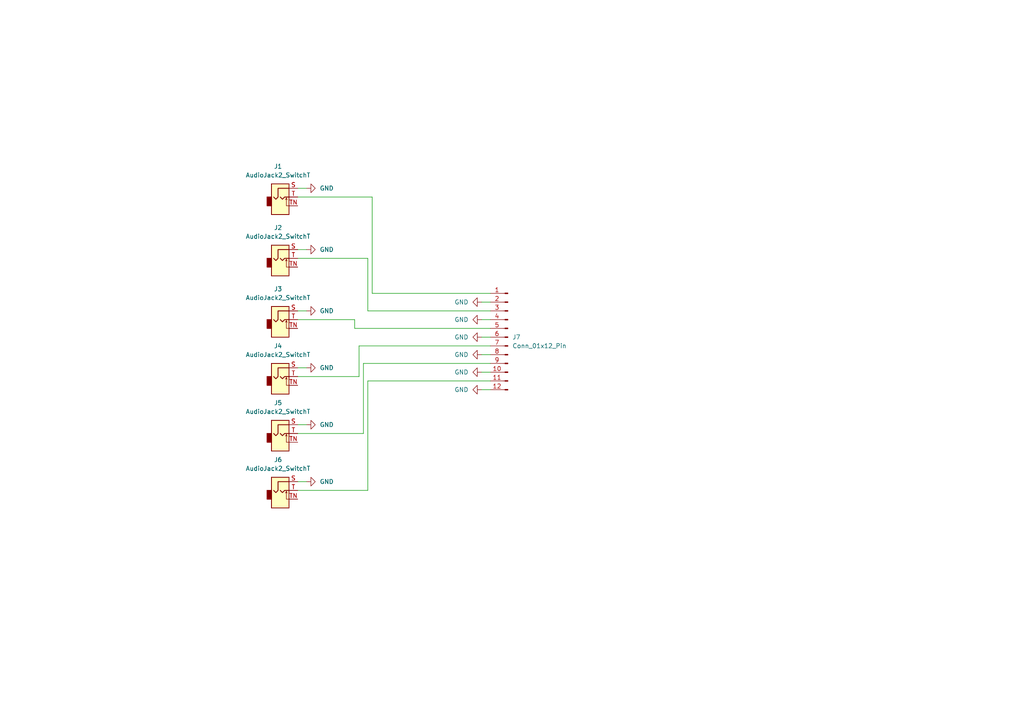
<source format=kicad_sch>
(kicad_sch (version 20230121) (generator eeschema)
  (paper "A4")
  (lib_symbols
    (symbol "Connector:Conn_01x12_Pin" (pin_names (offset 1.016) hide)
      (property "Reference" "J" (at 0 15.24 0))
      (property "Value" "Conn_01x12_Pin" (at 0 -17.78 0))
      (symbol "Conn_01x12_Pin_1_1"
        (polyline (pts (xy 1.27 -15.24) (xy 0.8636 -15.24)) (stroke (width 0.1524)))
        (polyline (pts (xy 1.27 -12.7) (xy 0.8636 -12.7)) (stroke (width 0.1524)))
        (polyline (pts (xy 1.27 -10.16) (xy 0.8636 -10.16)) (stroke (width 0.1524)))
        (polyline (pts (xy 1.27 -7.62) (xy 0.8636 -7.62)) (stroke (width 0.1524)))
        (polyline (pts (xy 1.27 -5.08) (xy 0.8636 -5.08)) (stroke (width 0.1524)))
        (polyline (pts (xy 1.27 -2.54) (xy 0.8636 -2.54)) (stroke (width 0.1524)))
        (polyline (pts (xy 1.27 0) (xy 0.8636 0)) (stroke (width 0.1524)))
        (polyline (pts (xy 1.27 2.54) (xy 0.8636 2.54)) (stroke (width 0.1524)))
        (polyline (pts (xy 1.27 5.08) (xy 0.8636 5.08)) (stroke (width 0.1524)))
        (polyline (pts (xy 1.27 7.62) (xy 0.8636 7.62)) (stroke (width 0.1524)))
        (polyline (pts (xy 1.27 10.16) (xy 0.8636 10.16)) (stroke (width 0.1524)))
        (polyline (pts (xy 1.27 12.7) (xy 0.8636 12.7)) (stroke (width 0.1524)))
        (rectangle (start 0.8636 -15.113) (end 0 -15.367) (stroke (width 0.1524)) (fill (type outline)))
        (rectangle (start 0.8636 -12.573) (end 0 -12.827) (stroke (width 0.1524)) (fill (type outline)))
        (rectangle (start 0.8636 -10.033) (end 0 -10.287) (stroke (width 0.1524)) (fill (type outline)))
        (rectangle (start 0.8636 -7.493) (end 0 -7.747) (stroke (width 0.1524)) (fill (type outline)))
        (rectangle (start 0.8636 -4.953) (end 0 -5.207) (stroke (width 0.1524)) (fill (type outline)))
        (rectangle (start 0.8636 -2.413) (end 0 -2.667) (stroke (width 0.1524)) (fill (type outline)))
        (rectangle (start 0.8636 0.127) (end 0 -0.127) (stroke (width 0.1524)) (fill (type outline)))
        (rectangle (start 0.8636 2.667) (end 0 2.413) (stroke (width 0.1524)) (fill (type outline)))
        (rectangle (start 0.8636 5.207) (end 0 4.953) (stroke (width 0.1524)) (fill (type outline)))
        (rectangle (start 0.8636 7.747) (end 0 7.493) (stroke (width 0.1524)) (fill (type outline)))
        (rectangle (start 0.8636 10.287) (end 0 10.033) (stroke (width 0.1524)) (fill (type outline)))
        (rectangle (start 0.8636 12.827) (end 0 12.573) (stroke (width 0.1524)) (fill (type outline)))
        (pin passive line (at 5.08 12.7 180) (length 3.81) (name "Pin_1") (number "1"))
        (pin passive line (at 5.08 -10.16 180) (length 3.81) (name "Pin_10") (number "10"))
        (pin passive line (at 5.08 -12.7 180) (length 3.81) (name "Pin_11") (number "11"))
        (pin passive line (at 5.08 -15.24 180) (length 3.81) (name "Pin_12") (number "12"))
        (pin passive line (at 5.08 10.16 180) (length 3.81) (name "Pin_2") (number "2"))
        (pin passive line (at 5.08 7.62 180) (length 3.81) (name "Pin_3") (number "3"))
        (pin passive line (at 5.08 5.08 180) (length 3.81) (name "Pin_4") (number "4"))
        (pin passive line (at 5.08 2.54 180) (length 3.81) (name "Pin_5") (number "5"))
        (pin passive line (at 5.08 0 180) (length 3.81) (name "Pin_6") (number "6"))
        (pin passive line (at 5.08 -2.54 180) (length 3.81) (name "Pin_7") (number "7"))
        (pin passive line (at 5.08 -5.08 180) (length 3.81) (name "Pin_8") (number "8"))
        (pin passive line (at 5.08 -7.62 180) (length 3.81) (name "Pin_9") (number "9"))
      )
    )
    (symbol "Connector_Audio:AudioJack2_SwitchT"
      (property "Reference" "J" (at 0 8.89 0))
      (property "Value" "AudioJack2_SwitchT" (at 0 6.35 0))
      (symbol "AudioJack2_SwitchT_0_1"
        (rectangle (start -2.54 0) (end -3.81 -2.54) (stroke (width 0.254)) (fill (type outline)))
        (polyline (pts (xy 1.778 -0.254) (xy 2.032 -0.762)))
        (polyline (pts (xy 0 0) (xy 0.635 -0.635) (xy 1.27 0) (xy 2.54 0)) (stroke (width 0.254)))
        (polyline (pts (xy 2.54 -2.54) (xy 1.778 -2.54) (xy 1.778 -0.254) (xy 1.524 -0.762)))
        (polyline (pts (xy 2.54 2.54) (xy -0.635 2.54) (xy -0.635 0) (xy -1.27 -0.635) (xy -1.905 0)) (stroke (width 0.254)))
        (rectangle (start 2.54 3.81) (end -2.54 -5.08) (stroke (width 0.254)) (fill (type background)))
      )
      (symbol "AudioJack2_SwitchT_1_1"
        (pin passive line (at 5.08 2.54 180) (length 2.54) (name "~") (number "S"))
        (pin passive line (at 5.08 0 180) (length 2.54) (name "~") (number "T"))
        (pin passive line (at 5.08 -2.54 180) (length 2.54) (name "~") (number "TN"))
      )
    )
    (symbol "power:GND" (power) (pin_names (offset 0))
      (property "Value" "GND" (at 0 -3.81 0))
      (symbol "GND_0_1"
        (polyline (pts (xy 0 0) (xy 0 -1.27) (xy 1.27 -1.27) (xy 0 -2.54) (xy -1.27 -1.27) (xy 0 -1.27)))
      )
      (symbol "GND_1_1"
        (pin power_in line (at 0 0 270) (length 0) hide (name "GND") (number "1"))
      )
    )
  )
  (wire (pts (xy 86.36 123.19) (xy 88.9 123.19)))
  (wire (pts (xy 142.24 95.25) (xy 102.87 95.25)))
  (wire (pts (xy 105.41 125.73) (xy 86.36 125.73)))
  (wire (pts (xy 104.14 109.22) (xy 104.14 100.33)))
  (wire (pts (xy 106.68 74.93) (xy 106.68 90.17)))
  (wire (pts (xy 139.7 92.71) (xy 142.24 92.71)))
  (wire (pts (xy 106.68 110.49) (xy 142.24 110.49)))
  (wire (pts (xy 139.7 102.87) (xy 142.24 102.87)))
  (wire (pts (xy 86.36 54.61) (xy 88.9 54.61)))
  (wire (pts (xy 142.24 105.41) (xy 105.41 105.41)))
  (wire (pts (xy 86.36 109.22) (xy 104.14 109.22)))
  (wire (pts (xy 107.95 85.09) (xy 107.95 57.15)))
  (wire (pts (xy 86.36 142.24) (xy 106.68 142.24)))
  (wire (pts (xy 142.24 85.09) (xy 107.95 85.09)))
  (wire (pts (xy 107.95 57.15) (xy 86.36 57.15)))
  (wire (pts (xy 106.68 90.17) (xy 142.24 90.17)))
  (wire (pts (xy 86.36 106.68) (xy 88.9 106.68)))
  (wire (pts (xy 104.14 100.33) (xy 142.24 100.33)))
  (wire (pts (xy 86.36 74.93) (xy 106.68 74.93)))
  (wire (pts (xy 86.36 139.7) (xy 88.9 139.7)))
  (wire (pts (xy 102.87 95.25) (xy 102.87 92.71)))
  (wire (pts (xy 86.36 72.39) (xy 88.9 72.39)))
  (wire (pts (xy 106.68 142.24) (xy 106.68 110.49)))
  (wire (pts (xy 105.41 105.41) (xy 105.41 125.73)))
  (wire (pts (xy 139.7 97.79) (xy 142.24 97.79)))
  (wire (pts (xy 102.87 92.71) (xy 86.36 92.71)))
  (wire (pts (xy 139.7 113.03) (xy 142.24 113.03)))
  (wire (pts (xy 86.36 90.17) (xy 88.9 90.17)))
  (wire (pts (xy 139.7 107.95) (xy 142.24 107.95)))
  (wire (pts (xy 139.7 87.63) (xy 142.24 87.63)))
  (symbol (lib_id "power:GND") (at 88.9 106.68 90) (unit 1)
    (property "Reference" "#PWR04" (effects hide))
    (property "Value" "GND" (at 92.71 106.68 90) (effects (justify right)))
  )
  (symbol (lib_id "Connector_Audio:AudioJack2_SwitchT") (at 81.28 109.22 0) (unit 1)
    (property "Reference" "J4" (at 80.645 100.33 0))
    (property "Value" "AudioJack2_SwitchT" (at 80.645 102.87 0))
  )
  (symbol (lib_id "Connector_Audio:AudioJack2_SwitchT") (at 81.28 57.15 0) (unit 1)
    (property "Reference" "J1" (at 80.645 48.26 0))
    (property "Value" "AudioJack2_SwitchT" (at 80.645 50.8 0))
  )
  (symbol (lib_id "power:GND") (at 139.7 92.71 270) (unit 1)
    (property "Reference" "#PWR08" (effects hide))
    (property "Value" "GND" (at 135.89 92.71 90) (effects (justify right)))
  )
  (symbol (lib_id "power:GND") (at 139.7 107.95 270) (unit 1)
    (property "Reference" "#PWR011" (effects hide))
    (property "Value" "GND" (at 135.89 107.95 90) (effects (justify right)))
  )
  (symbol (lib_id "power:GND") (at 88.9 90.17 90) (unit 1)
    (property "Reference" "#PWR03" (effects hide))
    (property "Value" "GND" (at 92.71 90.17 90) (effects (justify right)))
  )
  (symbol (lib_id "power:GND") (at 139.7 87.63 270) (unit 1)
    (property "Reference" "#PWR07" (effects hide))
    (property "Value" "GND" (at 135.89 87.63 90) (effects (justify right)))
  )
  (symbol (lib_id "power:GND") (at 88.9 139.7 90) (unit 1)
    (property "Reference" "#PWR06" (effects hide))
    (property "Value" "GND" (at 92.71 139.7 90) (effects (justify right)))
  )
  (symbol (lib_id "power:GND") (at 139.7 113.03 270) (unit 1)
    (property "Reference" "#PWR012" (effects hide))
    (property "Value" "GND" (at 135.89 113.03 90) (effects (justify right)))
  )
  (symbol (lib_id "power:GND") (at 88.9 123.19 90) (unit 1)
    (property "Reference" "#PWR05" (effects hide))
    (property "Value" "GND" (at 92.71 123.19 90) (effects (justify right)))
  )
  (symbol (lib_id "Connector:Conn_01x12_Pin") (at 147.32 97.79 0) (mirror y) (unit 1)
    (property "Reference" "J7" (at 148.59 97.79 0) (effects (justify right)))
    (property "Value" "Conn_01x12_Pin" (at 148.59 100.33 0) (effects (justify right)))
  )
  (symbol (lib_id "power:GND") (at 88.9 72.39 90) (unit 1)
    (property "Reference" "#PWR02" (effects hide))
    (property "Value" "GND" (at 92.71 72.39 90) (effects (justify right)))
  )
  (symbol (lib_id "Connector_Audio:AudioJack2_SwitchT") (at 81.28 92.71 0) (unit 1)
    (property "Reference" "J3" (at 80.645 83.82 0))
    (property "Value" "AudioJack2_SwitchT" (at 80.645 86.36 0))
  )
  (symbol (lib_id "power:GND") (at 88.9 54.61 90) (unit 1)
    (property "Reference" "#PWR01" (effects hide))
    (property "Value" "GND" (at 92.71 54.61 90) (effects (justify right)))
  )
  (symbol (lib_id "Connector_Audio:AudioJack2_SwitchT") (at 81.28 142.24 0) (unit 1)
    (property "Reference" "J6" (at 80.645 133.35 0))
    (property "Value" "AudioJack2_SwitchT" (at 80.645 135.89 0))
  )
  (symbol (lib_id "power:GND") (at 139.7 97.79 270) (unit 1)
    (property "Reference" "#PWR09" (effects hide))
    (property "Value" "GND" (at 135.89 97.79 90) (effects (justify right)))
  )
  (symbol (lib_id "power:GND") (at 139.7 102.87 270) (unit 1)
    (property "Reference" "#PWR010" (effects hide))
    (property "Value" "GND" (at 135.89 102.87 90) (effects (justify right)))
  )
  (symbol (lib_id "Connector_Audio:AudioJack2_SwitchT") (at 81.28 74.93 0) (unit 1)
    (property "Reference" "J2" (at 80.645 66.04 0))
    (property "Value" "AudioJack2_SwitchT" (at 80.645 68.58 0))
  )
  (symbol (lib_id "Connector_Audio:AudioJack2_SwitchT") (at 81.28 125.73 0) (unit 1)
    (property "Reference" "J5" (at 80.645 116.84 0))
    (property "Value" "AudioJack2_SwitchT" (at 80.645 119.38 0))
  )
)
</source>
